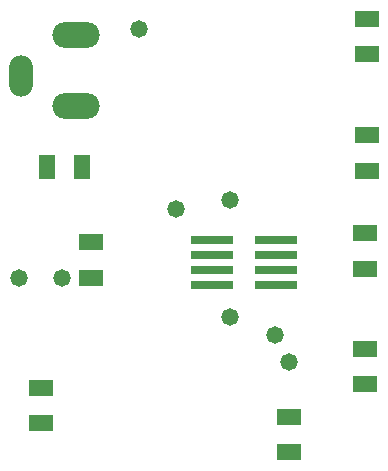
<source format=gts>
G04*
G04 #@! TF.GenerationSoftware,Altium Limited,Altium Designer,23.5.1 (21)*
G04*
G04 Layer_Color=8388736*
%FSLAX44Y44*%
%MOMM*%
G71*
G04*
G04 #@! TF.SameCoordinates,ED751DBE-17B5-46BE-BD0A-66C7010D1C8E*
G04*
G04*
G04 #@! TF.FilePolarity,Negative*
G04*
G01*
G75*
%ADD20R,3.6032X0.8032*%
%ADD21R,2.0066X1.3208*%
%ADD22R,1.3208X2.0066*%
%ADD23O,4.0032X2.2032*%
%ADD24O,2.0032X3.5032*%
%ADD25C,1.4732*%
D20*
X185090Y210820D02*
D03*
Y223520D02*
D03*
Y236220D02*
D03*
Y248920D02*
D03*
X239090D02*
D03*
Y236220D02*
D03*
Y223520D02*
D03*
Y210820D02*
D03*
D21*
X82550Y247396D02*
D03*
Y217424D02*
D03*
X40640Y94234D02*
D03*
Y124206D02*
D03*
X314960Y225044D02*
D03*
Y255016D02*
D03*
Y157226D02*
D03*
Y127254D02*
D03*
X316230Y406654D02*
D03*
Y436626D02*
D03*
Y337820D02*
D03*
Y307848D02*
D03*
X250190Y69850D02*
D03*
Y99822D02*
D03*
D22*
X74930Y311150D02*
D03*
X44958D02*
D03*
D23*
X69850Y362910D02*
D03*
Y422910D02*
D03*
D24*
X23350Y387910D02*
D03*
D25*
X250190Y146050D02*
D03*
X154940Y275590D02*
D03*
X238760Y168910D02*
D03*
X58420Y217170D02*
D03*
X21590D02*
D03*
X200660Y283210D02*
D03*
Y184150D02*
D03*
X123190Y427990D02*
D03*
M02*

</source>
